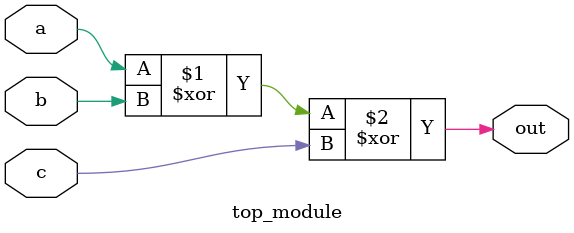
<source format=v>
module top_module(
    input a,
    input b,
    input c,
    output out  ); 
    assign out = a^b^c;
endmodule

</source>
